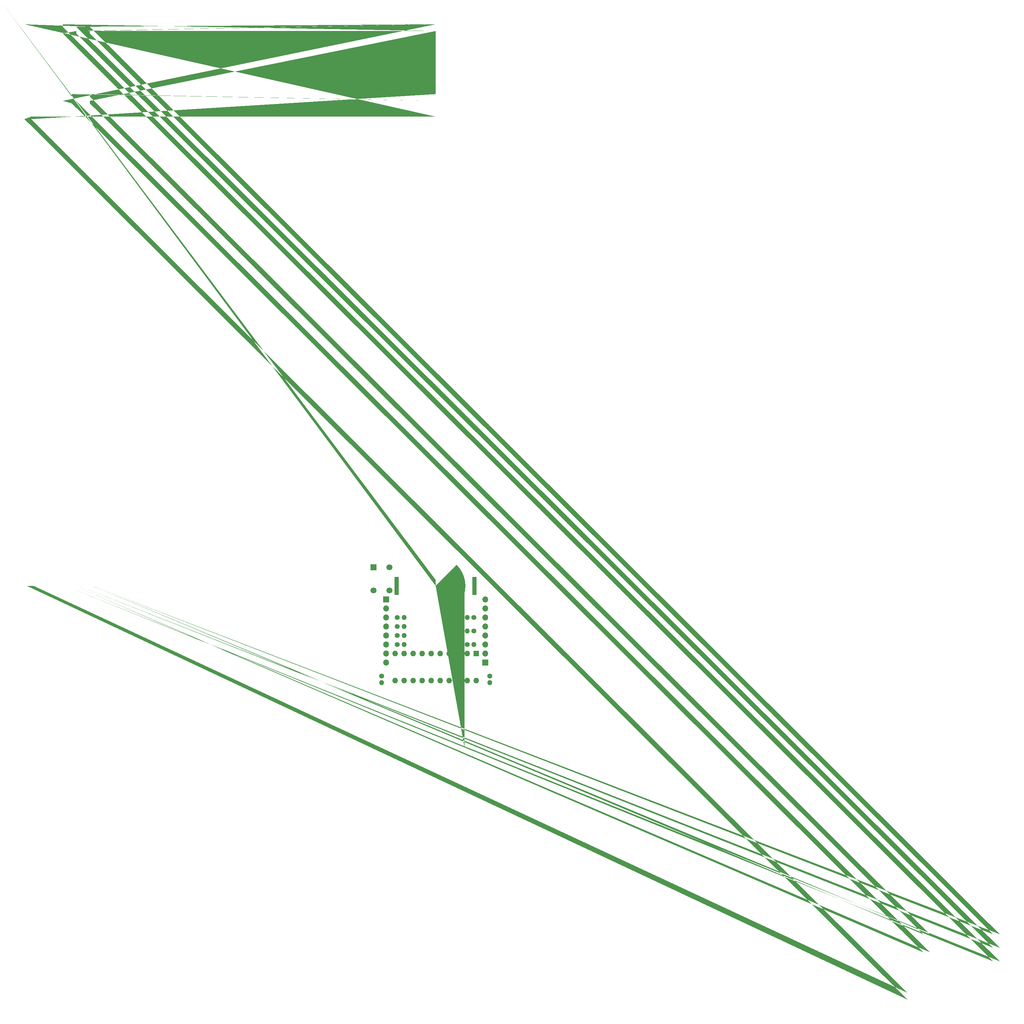
<source format=gbs>
G04 #@! TF.GenerationSoftware,KiCad,Pcbnew,7.0.6-0*
G04 #@! TF.CreationDate,2023-08-14T12:50:15+03:00*
G04 #@! TF.ProjectId,trng,74726e67-2e6b-4696-9361-645f70636258,rev?*
G04 #@! TF.SameCoordinates,Original*
G04 #@! TF.FileFunction,Soldermask,Bot*
G04 #@! TF.FilePolarity,Negative*
%FSLAX46Y46*%
G04 Gerber Fmt 4.6, Leading zero omitted, Abs format (unit mm)*
G04 Created by KiCad (PCBNEW 7.0.6-0) date 2023-08-14 12:50:15*
%MOMM*%
%LPD*%
G01*
G04 APERTURE LIST*
G04 Aperture macros list*
%AMFreePoly0*
4,1,219,5.849828,5.939337,5.858481,5.940633,5.878677,5.930125,5.900370,5.923198,5.905549,5.916144,5.913308,5.912108,6.113607,5.708382,6.115016,5.705555,6.117727,5.703930,6.492868,5.272955,6.494275,5.269645,6.497225,5.267586,6.841692,4.811720,6.842867,4.808320,6.845667,4.806063,7.157812,4.327485,7.158749,4.324012,7.161386,4.321567,7.439717,3.822565,7.440412,3.819036,
7.442874,3.816414,7.686062,3.299372,7.686512,3.295803,7.688786,3.293018,7.895666,2.760409,7.895868,2.756818,7.897945,2.753882,8.067529,2.208252,8.067482,2.204656,8.069352,2.201583,8.200830,1.645538,8.200535,1.641953,8.202187,1.638759,8.294930,1.074960,8.294388,1.071404,8.295816,1.068103,8.349381,0.499242,8.348594,0.495730,8.349790,0.492340,8.363921,-0.078862,
8.362894,-0.082308,8.363853,-0.085775,8.338482,-0.656588,8.337220,-0.659954,8.337937,-0.663480,8.273186,-1.231176,8.271693,-1.234449,8.272165,-1.238014,8.168343,-1.799880,8.166629,-1.803040,8.166853,-1.806631,8.024456,-2.359980,8.022526,-2.363016,8.022502,-2.366611,7.842212,-2.908799,7.840078,-2.911694,7.839805,-2.915280,7.622482,-3.443714,7.620153,-3.446454,7.619633,-3.450014,
7.366317,-3.962167,7.363803,-3.964740,7.363039,-3.968255,7.074941,-4.461683,7.072255,-4.464077,7.071250,-4.467530,6.749746,-4.939870,6.746903,-4.942071,6.745661,-4.945448,6.392288,-5.394446,6.389299,-5.396446,6.387827,-5.399728,6.004275,-5.823237,6.001154,-5.825026,5.999460,-5.828197,5.587561,-6.224192,5.584324,-6.225761,5.582414,-6.228808,5.144138,-6.595395,5.140801,-6.596736,
5.138685,-6.599645,4.676127,-6.935072,4.672705,-6.936180,4.670393,-6.938935,4.185764,-7.241600,4.182273,-7.242469,4.179777,-7.245057,3.675394,-7.513513,3.671852,-7.514138,3.669182,-7.516549,3.147454,-7.749512,3.143877,-7.749891,3.141047,-7.752111,2.604470,-7.948468,2.600874,-7.948599,2.597898,-7.950618,2.049037,-8.109430,2.045442,-8.109313,2.042333,-8.111121,1.483809,-8.231629,
1.480229,-8.231263,1.477004,-8.232852,0.911488,-8.314480,0.907944,-8.313868,0.904615,-8.315231,0.334810,-8.357589,0.331316,-8.356734,0.327902,-8.357863,-0.243468,-8.360749,-0.246894,-8.359654,-0.250379,-8.360545,-0.820582,-8.323944,-0.823925,-8.322615,-0.827462,-8.323262,-1.393774,-8.247351,-1.397016,-8.245794,-1.400591,-8.246196,-1.960303,-8.131335,-1.963429,-8.129558,-1.967023,-8.129712,
-2.517462,-7.976452,-2.520459,-7.974463,-2.524054,-7.974368,-3.062588,-7.783441,-3.065440,-7.781250,-3.069020,-7.780907,-3.593075,-7.553226,-3.595769,-7.550843,-3.599317,-7.550253,-4.106386,-7.286905,-4.108908,-7.284342,-4.112407,-7.283509,-4.600070,-6.985753,-4.602409,-6.983023,-4.605843,-6.981949,-5.071764,-6.651211,-5.073910,-6.648324,-5.077261,-6.647016,-5.519217,-6.284874,-5.521158,-6.281846,
-5.524409,-6.280310,-5.940287,-5.888497,-5.942014,-5.885342,-5.945152,-5.883585,-6.332962,-5.463972,-6.334467,-5.460704,-6.337476,-5.458735,-6.695366,-5.013329,-6.696642,-5.009966,-6.699508,-5.007793,-7.025766,-4.538723,-7.026806,-4.535281,-7.029515,-4.532915,-7.322583,-4.042423,-7.323383,-4.038916,-7.325922,-4.036369,-7.584398,-3.526798,-7.584954,-3.523244,-7.587310,-3.520528,-7.809959,-2.994316,
-7.810268,-2.990734,-7.812432,-2.987860,-7.998190,-2.447522,-7.998251,-2.443925,-8.000210,-2.440910,-8.148188,-1.889028,-8.148000,-1.885436,-8.149747,-1.882292,-8.259239,-1.321504,-8.258803,-1.317933,-8.260328,-1.314677,-8.330810,-0.747663,-8.330129,-0.744131,-8.331425,-0.740777,-8.362560,-0.170249,-8.361636,-0.166773,-8.362698,-0.163337,-8.354337,0.407979,-8.353175,0.411382,-8.353997,0.414885,
-8.306180,0.984256,-8.304786,0.987571,-8.305364,0.991122,-8.218321,1.555830,-8.216701,1.559041,-8.217032,1.562623,-8.091177,2.119966,-8.089339,2.123057,-8.089422,2.126654,-7.925357,2.673969,-7.923310,2.676926,-7.923144,2.680519,-7.721654,3.215191,-7.719408,3.217999,-7.718994,3.221572,-7.481042,3.741044,-7.478606,3.743691,-7.477947,3.747226,-7.204671,4.249013,-7.202058,4.251485,
-7.201156,4.254968,-6.893860,4.736675,-6.891083,4.738960,-6.889943,4.742371,-6.550099,5.201693,-6.547171,5.203781,-6.545797,5.207106,-6.175026,5.641848,-6.172332,5.643501,-6.170951,5.646342,-5.972720,5.852080,-5.965001,5.856195,-5.959895,5.863299,-5.938275,5.870444,-5.918183,5.881157,-5.909517,5.879949,-5.901213,5.882694,5.841495,5.941999,5.849828,5.939337,5.849828,5.939337,
$1*%
G04 Aperture macros list end*
%ADD10C,1.400000*%
%ADD11O,1.400000X1.400000*%
%ADD12R,1.700000X1.700000*%
%ADD13O,1.700000X1.700000*%
%ADD14R,1.200000X1.200000*%
%ADD15C,1.200000*%
%ADD16R,1.600000X1.600000*%
%ADD17O,1.600000X1.600000*%
%ADD18R,1.270000X5.080000*%
%ADD19FreePoly0,0.000000*%
%ADD20C,1.700000*%
G04 APERTURE END LIST*
D10*
X158260000Y-101270000D03*
D11*
X156360000Y-101270000D03*
D10*
X156360000Y-105080000D03*
D11*
X158260000Y-105080000D03*
D10*
X136680000Y-102540000D03*
D11*
X138580000Y-102540000D03*
D10*
X132230000Y-113970000D03*
D11*
X132230000Y-115870000D03*
D10*
X158260000Y-97460000D03*
D11*
X156360000Y-97460000D03*
D10*
X136680000Y-97460000D03*
D11*
X138580000Y-97460000D03*
D10*
X136680000Y-100000000D03*
D11*
X138580000Y-100000000D03*
D12*
X161440000Y-110160000D03*
D13*
X161440000Y-107620000D03*
X161440000Y-105080000D03*
X161440000Y-102540000D03*
X161440000Y-100000000D03*
X161440000Y-97460000D03*
X161440000Y-94920000D03*
X161440000Y-92380000D03*
D14*
X152780000Y-101270000D03*
D15*
X151280000Y-101270000D03*
D10*
X136680000Y-105080000D03*
D11*
X138580000Y-105080000D03*
D12*
X133500000Y-92380000D03*
D13*
X133500000Y-94920000D03*
X133500000Y-97460000D03*
X133500000Y-100000000D03*
X133500000Y-102540000D03*
X133500000Y-105080000D03*
X133500000Y-107620000D03*
X133500000Y-110160000D03*
D16*
X158900000Y-107620000D03*
D17*
X156360000Y-107620000D03*
X153820000Y-107620000D03*
X151280000Y-107620000D03*
X148740000Y-107620000D03*
X146200000Y-107620000D03*
X143660000Y-107620000D03*
X141120000Y-107620000D03*
X138580000Y-107620000D03*
X136040000Y-107620000D03*
X136040000Y-115240000D03*
X138580000Y-115240000D03*
X141120000Y-115240000D03*
X143660000Y-115240000D03*
X146200000Y-115240000D03*
X148740000Y-115240000D03*
X151280000Y-115240000D03*
X153820000Y-115240000D03*
X156360000Y-115240000D03*
X158900000Y-115240000D03*
D10*
X162710000Y-113970000D03*
D11*
X162710000Y-115870000D03*
D18*
X136485000Y-88570000D03*
X158455000Y-88570000D03*
D19*
X147470000Y-88570000D03*
D12*
X129980000Y-83330000D03*
D20*
X129980000Y-89830000D03*
X134480000Y-83330000D03*
X134480000Y-89830000D03*
M02*

</source>
